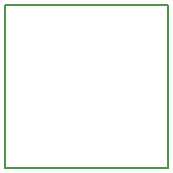
<source format=gbr>
%TF.GenerationSoftware,KiCad,Pcbnew,(5.1.6-0-10_14)*%
%TF.CreationDate,2021-03-26T09:45:15+01:00*%
%TF.ProjectId,KBPY,4b425059-2e6b-4696-9361-645f70636258,rev?*%
%TF.SameCoordinates,Original*%
%TF.FileFunction,Other,ECO2*%
%FSLAX46Y46*%
G04 Gerber Fmt 4.6, Leading zero omitted, Abs format (unit mm)*
G04 Created by KiCad (PCBNEW (5.1.6-0-10_14)) date 2021-03-26 09:45:15*
%MOMM*%
%LPD*%
G01*
G04 APERTURE LIST*
%ADD10C,0.150000*%
G04 APERTURE END LIST*
D10*
%TO.C,SW1*%
X117980000Y-100710000D02*
X131780000Y-100710000D01*
X131780000Y-86910000D02*
X117980000Y-86910000D01*
X131780000Y-86910000D02*
X131780000Y-100710000D01*
X117980000Y-100710000D02*
X117980000Y-86910000D01*
%TD*%
M02*

</source>
